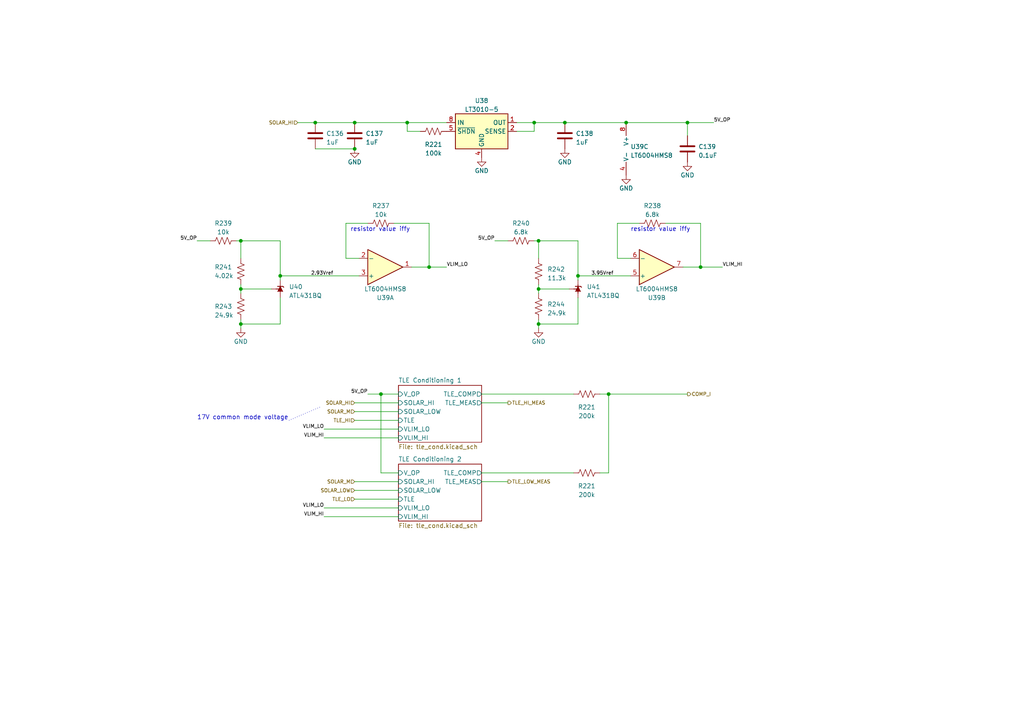
<source format=kicad_sch>
(kicad_sch (version 20230121) (generator eeschema)
  (paper "A4")
  (lib_symbols
    (symbol "Device:C" (pin_numbers hide) (pin_names (offset 0.254))
      (property "Reference" "C" (at 0.635 2.54 0))
      (property "Value" "C" (at 0.635 -2.54 0))
      (symbol "C_0_1"
        (polyline (pts (xy -2.032 -0.762) (xy 2.032 -0.762)) (stroke (width 0.508)))
        (polyline (pts (xy -2.032 0.762) (xy 2.032 0.762)) (stroke (width 0.508)))
      )
      (symbol "C_1_1"
        (pin passive line (at 0 3.81 270) (length 2.794) (name "~") (number "1"))
        (pin passive line (at 0 -3.81 90) (length 2.794) (name "~") (number "2"))
      )
    )
    (symbol "Device:R_US" (pin_numbers hide) (pin_names (offset 0))
      (property "Reference" "R" (at 2.54 0 90))
      (property "Value" "R_US" (at -2.54 0 90))
      (symbol "R_US_0_1"
        (polyline (pts (xy 0 -2.286) (xy 0 -2.54)))
        (polyline (pts (xy 0 2.286) (xy 0 2.54)))
        (polyline (pts (xy 0 -0.762) (xy 1.016 -1.143) (xy 0 -1.524) (xy -1.016 -1.905) (xy 0 -2.286)))
        (polyline (pts (xy 0 0.762) (xy 1.016 0.381) (xy 0 0) (xy -1.016 -0.381) (xy 0 -0.762)))
        (polyline (pts (xy 0 2.286) (xy 1.016 1.905) (xy 0 1.524) (xy -1.016 1.143) (xy 0 0.762)))
      )
      (symbol "R_US_1_1"
        (pin passive line (at 0 3.81 270) (length 1.27) (name "~") (number "1"))
        (pin passive line (at 0 -3.81 90) (length 1.27) (name "~") (number "2"))
      )
    )
    (symbol "Regulator_Linear:LT3010-5"
      (property "Reference" "U" (at -6.35 6.35 0))
      (property "Value" "LT3010-5" (at 0 6.35 0))
      (symbol "LT3010-5_0_1"
        (rectangle (start -7.62 5.08) (end 7.62 -5.08) (stroke (width 0.254)) (fill (type background)))
      )
      (symbol "LT3010-5_1_1"
        (pin power_out line (at 10.16 2.54 180) (length 2.54) (name "OUT") (number "1"))
        (pin passive line (at 10.16 0 180) (length 2.54) (name "SENSE") (number "2"))
        (pin no_connect line (at -7.62 -2.54 0) (length 2.54) hide (name "NC") (number "3"))
        (pin power_in line (at 0 -7.62 90) (length 2.54) (name "GND") (number "4"))
        (pin input line (at -10.16 0 0) (length 2.54) (name "~{SHDN}") (number "5"))
        (pin no_connect line (at 7.62 -2.54 180) (length 2.54) hide (name "NC") (number "6"))
        (pin no_connect line (at 2.54 -5.08 90) (length 2.54) hide (name "NC") (number "7"))
        (pin power_in line (at -10.16 2.54 0) (length 2.54) (name "IN") (number "8"))
        (pin passive line (at 0 -7.62 90) (length 2.54) hide (name "GND") (number "9"))
      )
    )
    (symbol "SierraLobo:ATL431BQ" (pin_numbers hide) (pin_names hide)
      (property "Reference" "U" (at 0 -2.54 0))
      (property "Value" "ATL431BQ" (at 0 -4.445 0))
      (symbol "ATL431BQ_0_1"
        (polyline (pts (xy -1.27 0) (xy 0 0) (xy 1.27 0)))
        (polyline (pts (xy -0.762 0.762) (xy 0.762 0) (xy -0.762 -0.762)) (fill (type outline)))
        (polyline (pts (xy 0.508 -1.016) (xy 0.762 -0.762) (xy 0.762 0.762) (xy 0.762 0.762)) (stroke (width 0.254)))
      )
      (symbol "ATL431BQ_1_1"
        (polyline (pts (xy 0 1.27) (xy 0 0)))
        (pin passive line (at 2.54 0 180) (length 2.54) (name "K") (number "1"))
        (pin passive line (at 0 2.54 270) (length 2.54) (name "REF") (number "2"))
        (pin passive line (at -2.54 0 0) (length 2.54) (name "A") (number "3"))
      )
    )
    (symbol "SierraLobo:LT6004HMS8" (pin_names (offset 0.127))
      (property "Reference" "U" (at 0 5.08 0))
      (property "Value" "LT6004HMS8" (at 0 -5.08 0))
      (symbol "LT6004HMS8_1_1"
        (polyline (pts (xy -5.08 5.08) (xy 5.08 0) (xy -5.08 -5.08) (xy -5.08 5.08)) (stroke (width 0.254)) (fill (type background)))
        (pin output line (at 7.62 0 180) (length 2.54) (name "~") (number "1"))
        (pin input line (at -7.62 -2.54 0) (length 2.54) (name "-") (number "2"))
        (pin input line (at -7.62 2.54 0) (length 2.54) (name "+") (number "3"))
      )
      (symbol "LT6004HMS8_2_1"
        (polyline (pts (xy -5.08 5.08) (xy 5.08 0) (xy -5.08 -5.08) (xy -5.08 5.08)) (stroke (width 0.254)) (fill (type background)))
        (pin input line (at -7.62 2.54 0) (length 2.54) (name "+") (number "5"))
        (pin input line (at -7.62 -2.54 0) (length 2.54) (name "-") (number "6"))
        (pin output line (at 7.62 0 180) (length 2.54) (name "~") (number "7"))
      )
      (symbol "LT6004HMS8_3_1"
        (pin power_in line (at -2.54 -7.62 90) (length 3.81) (name "V-") (number "4"))
        (pin power_in line (at -2.54 7.62 270) (length 3.81) (name "V+") (number "8"))
      )
    )
    (symbol "power:GND" (power) (pin_names (offset 0))
      (property "Value" "GND" (at 0 -3.81 0))
      (symbol "GND_0_1"
        (polyline (pts (xy 0 0) (xy 0 -1.27) (xy 1.27 -1.27) (xy 0 -2.54) (xy -1.27 -1.27) (xy 0 -1.27)))
      )
      (symbol "GND_1_1"
        (pin power_in line (at 0 0 270) (length 0) hide (name "GND") (number "1"))
      )
    )
  )
  (junction (at 110.49 114.3))
  (junction (at 154.94 35.56))
  (junction (at 102.87 43.18))
  (junction (at 118.11 35.56))
  (junction (at 203.2 77.47))
  (junction (at 102.87 35.56))
  (junction (at 167.64 80.01))
  (junction (at 81.28 80.01))
  (junction (at 199.39 35.56))
  (junction (at 181.61 35.56))
  (junction (at 69.85 83.82))
  (junction (at 156.21 83.82))
  (junction (at 124.46 77.47))
  (junction (at 69.85 69.85))
  (junction (at 156.21 93.98))
  (junction (at 69.85 93.98))
  (junction (at 156.21 69.85))
  (junction (at 176.53 114.3))
  (junction (at 163.83 35.56))
  (junction (at 91.44 35.56))
  (wire (pts (xy 69.85 93.98) (xy 69.85 92.71)))
  (wire (pts (xy 69.85 69.85) (xy 81.28 69.85)))
  (wire (pts (xy 102.87 119.38) (xy 115.57 119.38)))
  (wire (pts (xy 143.51 69.85) (xy 147.32 69.85)))
  (wire (pts (xy 176.53 114.3) (xy 199.39 114.3)))
  (wire (pts (xy 106.68 114.3) (xy 110.49 114.3)))
  (wire (pts (xy 102.87 139.7) (xy 115.57 139.7)))
  (wire (pts (xy 167.64 80.01) (xy 167.64 81.28)))
  (wire (pts (xy 86.36 35.56) (xy 91.44 35.56)))
  (wire (pts (xy 81.28 80.01) (xy 81.28 81.28)))
  (wire (pts (xy 193.04 64.77) (xy 203.2 64.77)))
  (wire (pts (xy 199.39 35.56) (xy 207.01 35.56)))
  (wire (pts (xy 121.92 38.1) (xy 118.11 38.1)))
  (wire (pts (xy 57.15 69.85) (xy 60.96 69.85)))
  (wire (pts (xy 81.28 69.85) (xy 81.28 80.01)))
  (wire (pts (xy 104.14 74.93) (xy 100.33 74.93)))
  (wire (pts (xy 81.28 93.98) (xy 69.85 93.98)))
  (wire (pts (xy 100.33 74.93) (xy 100.33 64.77)))
  (wire (pts (xy 100.33 64.77) (xy 106.68 64.77)))
  (wire (pts (xy 163.83 35.56) (xy 181.61 35.56)))
  (wire (pts (xy 81.28 80.01) (xy 104.14 80.01)))
  (wire (pts (xy 154.94 69.85) (xy 156.21 69.85)))
  (wire (pts (xy 199.39 35.56) (xy 199.39 39.37)))
  (wire (pts (xy 93.98 147.32) (xy 115.57 147.32)))
  (wire (pts (xy 102.87 121.92) (xy 115.57 121.92)))
  (wire (pts (xy 167.64 69.85) (xy 167.64 80.01)))
  (wire (pts (xy 114.3 64.77) (xy 124.46 64.77)))
  (wire (pts (xy 68.58 69.85) (xy 69.85 69.85)))
  (wire (pts (xy 110.49 114.3) (xy 115.57 114.3)))
  (wire (pts (xy 156.21 69.85) (xy 167.64 69.85)))
  (wire (pts (xy 156.21 93.98) (xy 156.21 95.25)))
  (wire (pts (xy 124.46 77.47) (xy 129.54 77.47)))
  (wire (pts (xy 156.21 83.82) (xy 165.1 83.82)))
  (wire (pts (xy 93.98 124.46) (xy 115.57 124.46)))
  (wire (pts (xy 154.94 35.56) (xy 163.83 35.56)))
  (wire (pts (xy 156.21 82.55) (xy 156.21 83.82)))
  (wire (pts (xy 102.87 144.78) (xy 115.57 144.78)))
  (wire (pts (xy 182.88 74.93) (xy 179.07 74.93)))
  (wire (pts (xy 110.49 137.16) (xy 115.57 137.16)))
  (wire (pts (xy 156.21 83.82) (xy 156.21 85.09)))
  (wire (pts (xy 176.53 114.3) (xy 176.53 137.16)))
  (polyline (pts (xy 92.71 118.11) (xy 83.82 121.92)) (stroke (width 0) (type dot)))
  (wire (pts (xy 69.85 74.93) (xy 69.85 69.85)))
  (wire (pts (xy 181.61 35.56) (xy 199.39 35.56)))
  (wire (pts (xy 149.86 35.56) (xy 154.94 35.56)))
  (wire (pts (xy 93.98 149.86) (xy 115.57 149.86)))
  (wire (pts (xy 69.85 82.55) (xy 69.85 83.82)))
  (wire (pts (xy 167.64 80.01) (xy 182.88 80.01)))
  (wire (pts (xy 69.85 83.82) (xy 78.74 83.82)))
  (wire (pts (xy 139.7 114.3) (xy 166.37 114.3)))
  (wire (pts (xy 93.98 127) (xy 115.57 127)))
  (wire (pts (xy 102.87 142.24) (xy 115.57 142.24)))
  (wire (pts (xy 110.49 114.3) (xy 110.49 137.16)))
  (wire (pts (xy 102.87 116.84) (xy 115.57 116.84)))
  (wire (pts (xy 91.44 43.18) (xy 102.87 43.18)))
  (wire (pts (xy 167.64 86.36) (xy 167.64 93.98)))
  (wire (pts (xy 139.7 137.16) (xy 166.37 137.16)))
  (wire (pts (xy 198.12 77.47) (xy 203.2 77.47)))
  (wire (pts (xy 156.21 74.93) (xy 156.21 69.85)))
  (wire (pts (xy 124.46 77.47) (xy 124.46 64.77)))
  (wire (pts (xy 81.28 86.36) (xy 81.28 93.98)))
  (wire (pts (xy 203.2 77.47) (xy 203.2 64.77)))
  (wire (pts (xy 149.86 38.1) (xy 154.94 38.1)))
  (wire (pts (xy 69.85 93.98) (xy 69.85 95.25)))
  (wire (pts (xy 179.07 64.77) (xy 185.42 64.77)))
  (wire (pts (xy 118.11 35.56) (xy 129.54 35.56)))
  (wire (pts (xy 203.2 77.47) (xy 209.55 77.47)))
  (wire (pts (xy 156.21 93.98) (xy 156.21 92.71)))
  (wire (pts (xy 91.44 35.56) (xy 102.87 35.56)))
  (wire (pts (xy 154.94 38.1) (xy 154.94 35.56)))
  (wire (pts (xy 118.11 38.1) (xy 118.11 35.56)))
  (wire (pts (xy 147.32 139.7) (xy 139.7 139.7)))
  (wire (pts (xy 167.64 93.98) (xy 156.21 93.98)))
  (wire (pts (xy 102.87 35.56) (xy 118.11 35.56)))
  (wire (pts (xy 119.38 77.47) (xy 124.46 77.47)))
  (wire (pts (xy 69.85 83.82) (xy 69.85 85.09)))
  (wire (pts (xy 173.99 114.3) (xy 176.53 114.3)))
  (wire (pts (xy 139.7 116.84) (xy 147.32 116.84)))
  (wire (pts (xy 179.07 74.93) (xy 179.07 64.77)))
  (wire (pts (xy 173.99 137.16) (xy 176.53 137.16)))
  (text "17V common mode voltage" (at 57.15 121.92 0) (effects (font (size 1.27 1.27)) (justify left bottom)))
  (text "resistor value iffy" (at 101.6 67.31 0) (effects (font (size 1.27 1.27)) (justify left bottom)))
  (text "resistor value iffy" (at 182.88 67.31 0) (effects (font (size 1.27 1.27)) (justify left bottom)))
  (label "VLIM_LO" (at 93.98 124.46 180) (effects (font (size 1.016 1.016))))
  (label "VLIM_LO" (at 129.54 77.47 0) (effects (font (size 1.016 1.016))))
  (label "VLIM_LO" (at 93.98 147.32 180) (effects (font (size 1.016 1.016))))
  (label "VLIM_HI" (at 93.98 127 180) (effects (font (size 1.016 1.016))))
  (label "5V_OP" (at 57.15 69.85 180) (effects (font (size 1.016 1.016))))
  (label "5V_OP" (at 143.51 69.85 180) (effects (font (size 1.016 1.016))))
  (label "VLIM_HI" (at 93.98 149.86 180) (effects (font (size 1.016 1.016))))
  (label "VLIM_HI" (at 209.55 77.47 0) (effects (font (size 1.016 1.016))))
  (label "5V_OP" (at 106.68 114.3 180) (effects (font (size 1.016 1.016))))
  (label "2.93Vref" (at 90.17 80.01 0) (effects (font (size 1.016 1.016))))
  (label "5V_OP" (at 207.01 35.56 0) (effects (font (size 1.016 1.016))))
  (label "3.95Vref" (at 171.45 80.01 0) (effects (font (size 1.016 1.016))))
  (hierarchical_label "SOLAR_M" (shape input) (at 102.87 119.38 180) (effects (font (size 1.016 1.016))))
  (hierarchical_label "COMP_I" (shape output) (at 199.39 114.3 0) (effects (font (size 1.016 1.016))))
  (hierarchical_label "SOLAR_M" (shape input) (at 102.87 139.7 180) (effects (font (size 1.016 1.016))))
  (hierarchical_label "SOLAR_HI" (shape input) (at 86.36 35.56 180) (effects (font (size 1.016 1.016))))
  (hierarchical_label "TLE_HI" (shape input) (at 102.87 121.92 180) (effects (font (size 1.016 1.016))))
  (hierarchical_label "SOLAR_LOW" (shape input) (at 102.87 142.24 180) (effects (font (size 1.016 1.016))))
  (hierarchical_label "TLE_HI_MEAS" (shape output) (at 147.32 116.84 0) (effects (font (size 1.016 1.016))))
  (hierarchical_label "SOLAR_HI" (shape input) (at 102.87 116.84 180) (effects (font (size 1.016 1.016))))
  (hierarchical_label "TLE_LOW_MEAS" (shape output) (at 147.32 139.7 0) (effects (font (size 1.016 1.016))))
  (hierarchical_label "TLE_LO" (shape input) (at 102.87 144.78 180) (effects (font (size 1.016 1.016))))
  (symbol (lib_id "Device:R_US") (at 170.18 137.16 90) (unit 1)
    (property "Reference" "R221" (at 170.18 140.97 90))
    (property "Value" "200k" (at 170.18 143.51 90))
    (property "Footprint" "Resistor_SMD:R_0603_1608Metric" (effects hide))
    (instances (project "mainboard" (path "" (reference "R221") (unit 1)) (path "" (reference "R248") (unit 1)) (path "" (reference "R246") (unit 1))))
  )
  (symbol (lib_id "Regulator_Linear:LT3010-5") (at 139.7 38.1 0) (unit 1)
    (property "Reference" "U38" (at 139.7 29.21 0))
    (property "Value" "LT3010-5" (at 139.7 31.75 0))
    (property "Footprint" "Package_SO:MSOP-8-1EP_3x3mm_P0.65mm_EP1.68x1.88mm" (effects hide))
    (property "Datasheet" "https://www.analog.com/media/en/technical-documentation/data-sheets/30105fe.pdf" (effects hide))
  )
  (symbol (lib_id "Device:R_US") (at 64.77 69.85 90) (unit 1)
    (property "Reference" "R239" (at 64.77 64.77 90))
    (property "Value" "10k" (at 64.77 67.31 90))
    (property "Footprint" "Resistor_SMD:R_0603_1608Metric" (effects hide))
  )
  (symbol (lib_id "power:GND") (at 199.39 46.99 0) (mirror y) (unit 1)
    (property "Reference" "#PWR05" (effects hide))
    (property "Value" "GND" (at 199.39 50.8 0))
    (instances (project "mainboard" (path "" (reference "#PWR05") (unit 1)) (path "" (reference "#PWR05") (unit 1)) (path "" (reference "#PWR0154") (unit 1)) (path "" (reference "#PWR0181") (unit 1))))
  )
  (symbol (lib_id "Device:C") (at 199.39 43.18 0) (unit 1)
    (property "Reference" "C139" (at 202.565 42.545 0) (effects (justify left)))
    (property "Value" "0.1uF" (at 202.565 45.085 0) (effects (justify left)))
    (property "Footprint" "Capacitor_SMD:C_0603_1608Metric" (effects hide))
  )
  (symbol (lib_id "SierraLobo:LT6004HMS8") (at 184.15 43.18 0) (unit 3)
    (property "Reference" "U39" (at 182.88 42.545 0) (effects (justify left)))
    (property "Value" "LT6004HMS8" (at 182.88 45.085 0) (effects (justify left)))
    (property "Footprint" "Package_SO:MSOP-8_3x3mm_P0.65mm" (effects hide))
  )
  (symbol (lib_id "power:GND") (at 156.21 95.25 0) (mirror y) (unit 1)
    (property "Reference" "#PWR05" (effects hide))
    (property "Value" "GND" (at 156.21 99.06 0))
    (instances (project "mainboard" (path "" (reference "#PWR05") (unit 1)) (path "" (reference "#PWR0184") (unit 1))))
  )
  (symbol (lib_id "power:GND") (at 102.87 43.18 0) (mirror y) (unit 1)
    (property "Reference" "#PWR05" (effects hide))
    (property "Value" "GND" (at 102.87 46.99 0))
    (instances (project "mainboard" (path "" (reference "#PWR05") (unit 1)) (path "" (reference "#PWR0178") (unit 1))))
  )
  (symbol (lib_id "power:GND") (at 163.83 43.18 0) (mirror y) (unit 1)
    (property "Reference" "#PWR05" (effects hide))
    (property "Value" "GND" (at 163.83 46.99 0))
    (instances (project "mainboard" (path "" (reference "#PWR05") (unit 1)) (path "" (reference "#PWR0179") (unit 1))))
  )
  (symbol (lib_id "Device:C") (at 91.44 39.37 0) (unit 1)
    (property "Reference" "C136" (at 94.615 38.735 0) (effects (justify left)))
    (property "Value" "1uF" (at 94.615 41.275 0) (effects (justify left)))
    (property "Footprint" "Capacitor_SMD:C_0805_2012Metric" (effects hide))
    (property "Datasheet" "08051C105K4T2A" (effects hide))
  )
  (symbol (lib_id "Device:C") (at 163.83 39.37 0) (unit 1)
    (property "Reference" "C138" (at 167.005 38.735 0) (effects (justify left)))
    (property "Value" "1uF" (at 167.005 41.275 0) (effects (justify left)))
    (property "Footprint" "Capacitor_SMD:C_0603_1608Metric" (effects hide))
  )
  (symbol (lib_id "power:GND") (at 139.7 45.72 0) (mirror y) (unit 1)
    (property "Reference" "#PWR05" (effects hide))
    (property "Value" "GND" (at 139.7 49.53 0))
    (instances (project "mainboard" (path "" (reference "#PWR05") (unit 1)) (path "" (reference "#PWR0180") (unit 1))))
  )
  (symbol (lib_id "SierraLobo:LT6004HMS8") (at 190.5 77.47 0) (mirror x) (unit 2)
    (property "Reference" "U39" (at 190.5 86.36 0))
    (property "Value" "LT6004HMS8" (at 190.5 83.82 0))
    (property "Footprint" "Package_SO:MSOP-8_3x3mm_P0.65mm" (effects hide))
  )
  (symbol (lib_id "SierraLobo:ATL431BQ") (at 167.64 83.82 90) (unit 1)
    (property "Reference" "U41" (at 170.18 83.185 90) (effects (justify right)))
    (property "Value" "ATL431BQ" (at 170.18 85.725 90) (effects (justify right)))
    (property "Footprint" "Package_TO_SOT_SMD:SOT-23" (effects hide))
  )
  (symbol (lib_id "Device:R_US") (at 125.73 38.1 90) (unit 1)
    (property "Reference" "R221" (at 125.73 41.91 90))
    (property "Value" "100k" (at 125.73 44.45 90))
    (property "Footprint" "Resistor_SMD:R_0603_1608Metric" (effects hide))
    (instances (project "mainboard" (path "" (reference "R221") (unit 1)) (path "" (reference "R248") (unit 1)) (path "" (reference "R236") (unit 1))))
  )
  (symbol (lib_id "SierraLobo:LT6004HMS8") (at 111.76 77.47 0) (mirror x) (unit 1)
    (property "Reference" "U39" (at 111.76 86.36 0))
    (property "Value" "LT6004HMS8" (at 111.76 83.82 0))
    (property "Footprint" "Package_SO:MSOP-8_3x3mm_P0.65mm" (effects hide))
  )
  (symbol (lib_id "Device:R_US") (at 151.13 69.85 90) (unit 1)
    (property "Reference" "R240" (at 151.13 64.77 90))
    (property "Value" "6.8k" (at 151.13 67.31 90))
    (property "Footprint" "Resistor_SMD:R_0603_1608Metric" (effects hide))
  )
  (symbol (lib_id "Device:C") (at 102.87 39.37 0) (unit 1)
    (property "Reference" "C137" (at 106.045 38.735 0) (effects (justify left)))
    (property "Value" "1uF" (at 106.045 41.275 0) (effects (justify left)))
    (property "Footprint" "Capacitor_SMD:C_0805_2012Metric" (effects hide))
    (property "Datasheet" "08051C105K4T2A" (effects hide))
  )
  (symbol (lib_id "Device:R_US") (at 69.85 88.9 0) (unit 1)
    (property "Reference" "R243" (at 62.23 88.9 0) (effects (justify left)))
    (property "Value" "24.9k" (at 62.23 91.44 0) (effects (justify left)))
    (property "Footprint" "Resistor_SMD:R_0603_1608Metric" (effects hide))
    (property "Datasheet" "RQ73C1J24K9BTD" (effects hide))
  )
  (symbol (lib_id "Device:R_US") (at 170.18 114.3 90) (unit 1)
    (property "Reference" "R221" (at 170.18 118.11 90))
    (property "Value" "200k" (at 170.18 120.65 90))
    (property "Footprint" "Resistor_SMD:R_0603_1608Metric" (effects hide))
    (instances (project "mainboard" (path "" (reference "R221") (unit 1)) (path "" (reference "R248") (unit 1)) (path "" (reference "R245") (unit 1))))
  )
  (symbol (lib_id "SierraLobo:ATL431BQ") (at 81.28 83.82 90) (unit 1)
    (property "Reference" "U40" (at 83.82 83.185 90) (effects (justify right)))
    (property "Value" "ATL431BQ" (at 83.82 85.725 90) (effects (justify right)))
    (property "Footprint" "Package_TO_SOT_SMD:SOT-23" (effects hide))
  )
  (symbol (lib_id "Device:R_US") (at 69.85 78.74 0) (unit 1)
    (property "Reference" "R241" (at 62.23 77.47 0) (effects (justify left)))
    (property "Value" "4.02k" (at 62.23 80.01 0) (effects (justify left)))
    (property "Footprint" "Resistor_SMD:R_0603_1608Metric" (effects hide))
    (property "Datasheet" "RQ73C1J4K02BTD" (effects hide))
  )
  (symbol (lib_id "Device:R_US") (at 189.23 64.77 90) (unit 1)
    (property "Reference" "R238" (at 189.23 59.69 90))
    (property "Value" "6.8k" (at 189.23 62.23 90))
    (property "Footprint" "Resistor_SMD:R_0603_1608Metric" (effects hide))
  )
  (symbol (lib_id "Device:R_US") (at 156.21 78.74 0) (unit 1)
    (property "Reference" "R242" (at 158.75 78.105 0) (effects (justify left)))
    (property "Value" "11.3k" (at 158.75 80.645 0) (effects (justify left)))
    (property "Footprint" "Resistor_SMD:R_0603_1608Metric" (effects hide))
    (property "Datasheet" "RQ73C1J11K3BTD" (effects hide))
  )
  (symbol (lib_id "Device:R_US") (at 156.21 88.9 0) (unit 1)
    (property "Reference" "R244" (at 158.75 88.265 0) (effects (justify left)))
    (property "Value" "24.9k" (at 158.75 90.805 0) (effects (justify left)))
    (property "Footprint" "Resistor_SMD:R_0603_1608Metric" (effects hide))
    (property "Datasheet" "RQ73C1J24K9BTD" (effects hide))
  )
  (symbol (lib_id "power:GND") (at 181.61 50.8 0) (mirror y) (unit 1)
    (property "Reference" "#PWR05" (effects hide))
    (property "Value" "GND" (at 181.61 54.61 0))
    (instances (project "mainboard" (path "" (reference "#PWR05") (unit 1)) (path "" (reference "#PWR05") (unit 1)) (path "" (reference "#PWR0155") (unit 1)) (path "" (reference "#PWR0182") (unit 1))))
  )
  (symbol (lib_id "power:GND") (at 69.85 95.25 0) (mirror y) (unit 1)
    (property "Reference" "#PWR05" (effects hide))
    (property "Value" "GND" (at 69.85 99.06 0))
    (instances (project "mainboard" (path "" (reference "#PWR05") (unit 1)) (path "" (reference "#PWR0183") (unit 1))))
  )
  (symbol (lib_id "Device:R_US") (at 110.49 64.77 90) (unit 1)
    (property "Reference" "R237" (at 110.49 59.69 90))
    (property "Value" "10k" (at 110.49 62.23 90))
    (property "Footprint" "Resistor_SMD:R_0603_1608Metric" (effects hide))
  )
  (sheet (at 115.57 111.76) (size 24.13 16.51) (stroke (width 0.1524))
    (property "Sheetname" "TLE Conditioning 1" (at 115.57 111.0484 0) (effects (justify left bottom)))
    (property "Sheetfile" "tle_cond.kicad_sch" (at 115.57 128.8546 0) (effects (justify left top)))
    (pin "V_OP" input (at 115.57 114.3 180))
    (pin "SOLAR_HI" input (at 115.57 116.84 180))
    (pin "SOLAR_LOW" input (at 115.57 119.38 180))
    (pin "TLE" input (at 115.57 121.92 180))
    (pin "TLE_MEAS" output (at 139.7 116.84 0))
    (pin "TLE_COMP" output (at 139.7 114.3 0))
    (pin "VLIM_LO" input (at 115.57 124.46 180))
    (pin "VLIM_HI" input (at 115.57 127 180))
  )
  (sheet (at 115.57 134.62) (size 24.13 16.51) (stroke (width 0.1524))
    (property "Sheetname" "TLE Conditioning 2" (at 115.57 133.9084 0) (effects (justify left bottom)))
    (property "Sheetfile" "tle_cond.kicad_sch" (at 115.57 151.7146 0) (effects (justify left top)))
    (pin "V_OP" input (at 115.57 137.16 180))
    (pin "SOLAR_HI" input (at 115.57 139.7 180))
    (pin "SOLAR_LOW" input (at 115.57 142.24 180))
    (pin "TLE" input (at 115.57 144.78 180))
    (pin "TLE_MEAS" output (at 139.7 139.7 0))
    (pin "TLE_COMP" output (at 139.7 137.16 0))
    (pin "VLIM_LO" input (at 115.57 147.32 180))
    (pin "VLIM_HI" input (at 115.57 149.86 180))
  )
)
</source>
